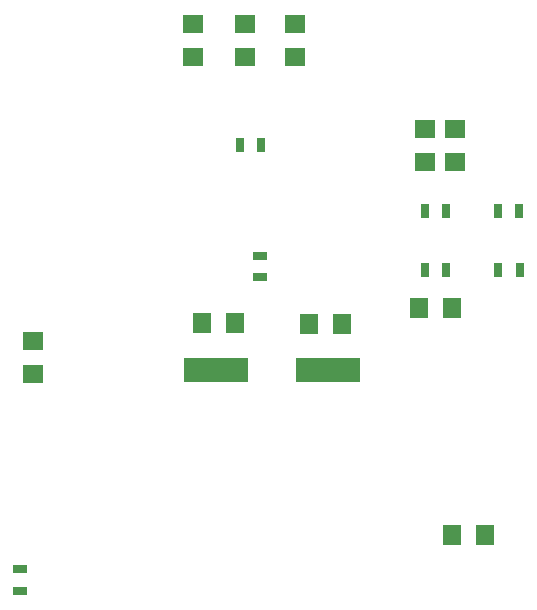
<source format=gtp>
G75*
G70*
%OFA0B0*%
%FSLAX24Y24*%
%IPPOS*%
%LPD*%
%AMOC8*
5,1,8,0,0,1.08239X$1,22.5*
%
%ADD10R,0.2165X0.0787*%
%ADD11R,0.0630X0.0709*%
%ADD12R,0.0315X0.0472*%
%ADD13R,0.0472X0.0315*%
%ADD14R,0.0709X0.0630*%
D10*
X010054Y008160D03*
X013794Y008160D03*
D11*
X014256Y009690D03*
X013153Y009690D03*
X010686Y009700D03*
X009583Y009700D03*
X016833Y010220D03*
X017936Y010220D03*
X017933Y002635D03*
X019036Y002635D03*
D12*
X019470Y011465D03*
X020179Y011465D03*
X017729Y011465D03*
X017020Y011465D03*
X017020Y013440D03*
X017729Y013440D03*
X019445Y013440D03*
X020154Y013440D03*
X011554Y015640D03*
X010845Y015640D03*
D13*
X003524Y000786D03*
X003524Y001494D03*
X011514Y011251D03*
X011514Y011959D03*
D14*
X017024Y015089D03*
X018024Y015089D03*
X018024Y016191D03*
X017024Y016191D03*
X012704Y018589D03*
X012704Y019691D03*
X011024Y019691D03*
X011024Y018589D03*
X009284Y018589D03*
X009284Y019691D03*
X003974Y009116D03*
X003974Y008014D03*
M02*

</source>
